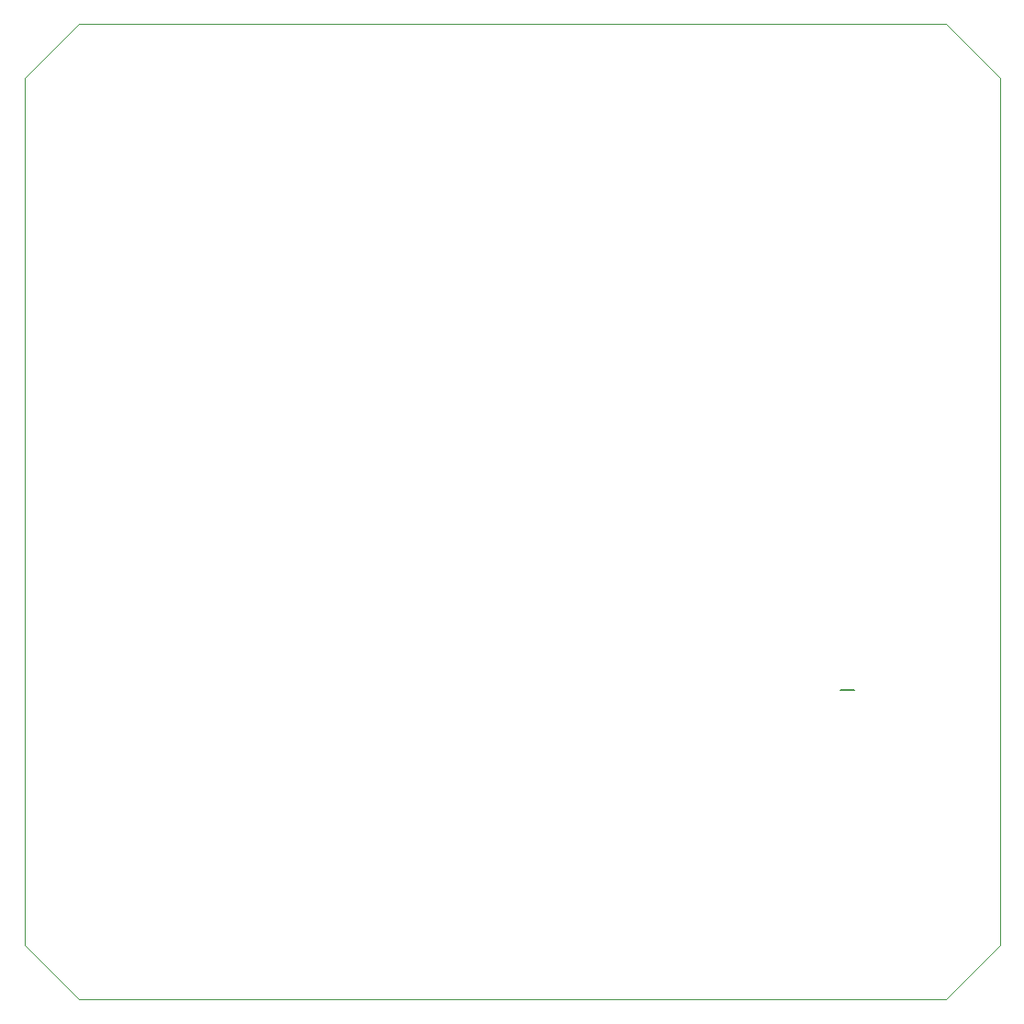
<source format=gbo>
G75*
%MOIN*%
%OFA0B0*%
%FSLAX25Y25*%
%IPPOS*%
%LPD*%
%AMOC8*
5,1,8,0,0,1.08239X$1,22.5*
%
%ADD10C,0.00000*%
%ADD11C,0.00800*%
D10*
X0010258Y0024038D02*
X0010258Y0338998D01*
X0029943Y0358683D01*
X0344904Y0358683D01*
X0364589Y0338998D01*
X0364589Y0024038D01*
X0344904Y0004353D01*
X0029943Y0004353D01*
X0010258Y0024038D01*
D11*
X0306798Y0116711D02*
X0311798Y0116711D01*
M02*

</source>
